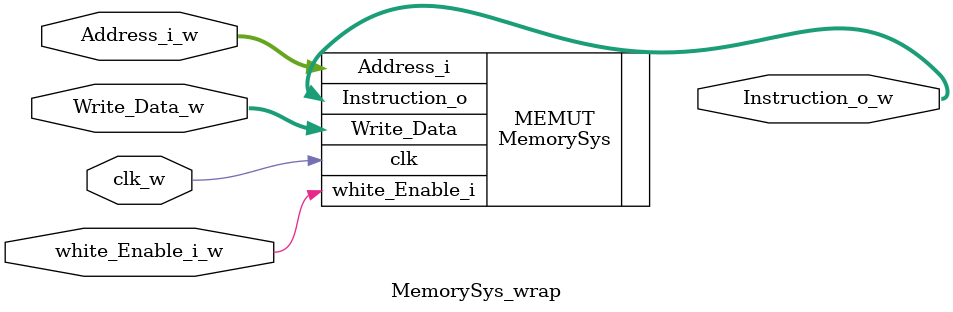
<source format=v>

module MemorySys_wrap #(

	parameter MEMORY_DEPTH = 64,
	parameter DATA_WIDTH = 32

)

(

	input white_Enable_i_w,clk_w,//sel_w,//
	input [(DATA_WIDTH-1):0] Address_i_w, Write_Data_w,
	output wire[(DATA_WIDTH-1):0] Instruction_o_w

);



 MemorySys MEMUT(
   
	//.selec(sel_w),//
	.clk(clk_w),
	.white_Enable_i(white_Enable_i_w),
	.Address_i(Address_i_w), 
	.Write_Data(Write_Data_w),
	.Instruction_o(Instruction_o_w)
);


endmodule 
</source>
